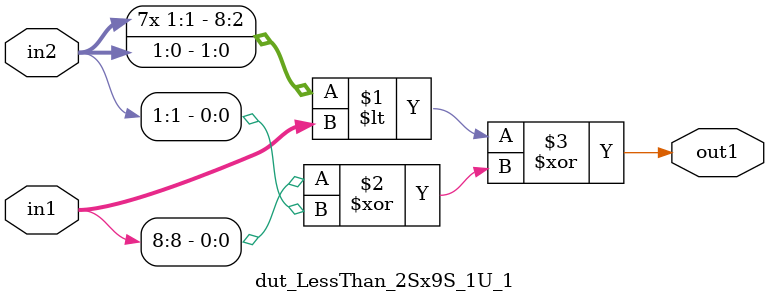
<source format=v>

`timescale 1ps / 1ps


module dut_LessThan_2Sx9S_1U_1( in2, in1, out1 );

    input [1:0] in2;
    input [8:0] in1;
    output out1;

    
    // rtl_process:dut_LessThan_2Sx9S_1U_1/dut_LessThan_2Sx9S_1U_1_thread_1
    assign out1 = ({{ 7 {in2[1]}}, in2} < in1 ^ (in1[8] ^ in2[1]));

endmodule



</source>
